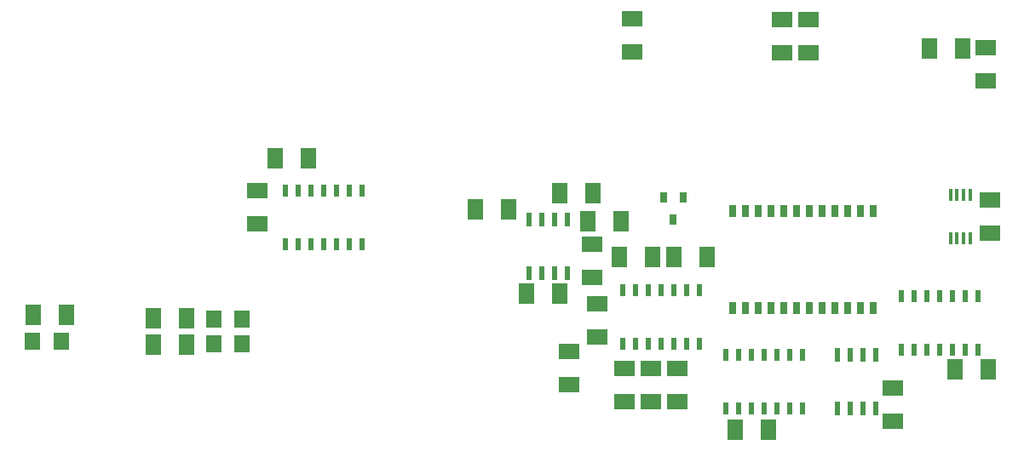
<source format=gtp>
G04 (created by PCBNEW (2013-07-07 BZR 4022)-stable) date 08/05/2014 11:07:20 AM*
%MOIN*%
G04 Gerber Fmt 3.4, Leading zero omitted, Abs format*
%FSLAX34Y34*%
G01*
G70*
G90*
G04 APERTURE LIST*
%ADD10C,0.00590551*%
%ADD11R,0.0236X0.0551*%
%ADD12R,0.02X0.045*%
%ADD13R,0.08X0.06*%
%ADD14R,0.06X0.08*%
%ADD15R,0.015X0.05*%
%ADD16R,0.0629X0.0709*%
%ADD17R,0.03X0.05*%
%ADD18R,0.0315X0.0394*%
G04 APERTURE END LIST*
G54D10*
G54D11*
X31950Y-21050D03*
X31950Y-18950D03*
X31450Y-21050D03*
X30950Y-21050D03*
X30450Y-21050D03*
X31450Y-18950D03*
X30950Y-18950D03*
X30450Y-18950D03*
G54D12*
X38150Y-26350D03*
X38650Y-26350D03*
X39150Y-26350D03*
X39650Y-26350D03*
X40150Y-26350D03*
X40650Y-26350D03*
X41150Y-26350D03*
X41150Y-24250D03*
X40650Y-24250D03*
X40150Y-24250D03*
X39650Y-24250D03*
X39150Y-24250D03*
X38650Y-24250D03*
X38150Y-24250D03*
G54D13*
X34510Y-12370D03*
X34510Y-11070D03*
G54D14*
X31650Y-17900D03*
X32950Y-17900D03*
X34050Y-19000D03*
X32750Y-19000D03*
G54D13*
X32915Y-21225D03*
X32915Y-19925D03*
G54D15*
X47714Y-17980D03*
X47458Y-17980D03*
X47202Y-17980D03*
X46946Y-17980D03*
X46946Y-19680D03*
X47202Y-19680D03*
X47458Y-19680D03*
X47714Y-19680D03*
G54D13*
X41390Y-11120D03*
X41390Y-12420D03*
G54D14*
X11050Y-22680D03*
X12350Y-22680D03*
G54D16*
X11031Y-23700D03*
X12149Y-23700D03*
G54D12*
X48040Y-21950D03*
X47540Y-21950D03*
X47040Y-21950D03*
X46540Y-21950D03*
X46040Y-21950D03*
X45540Y-21950D03*
X45040Y-21950D03*
X45040Y-24050D03*
X45540Y-24050D03*
X46040Y-24050D03*
X46540Y-24050D03*
X47040Y-24050D03*
X47540Y-24050D03*
X48040Y-24050D03*
X34140Y-23800D03*
X34640Y-23800D03*
X35140Y-23800D03*
X35640Y-23800D03*
X36140Y-23800D03*
X36640Y-23800D03*
X37140Y-23800D03*
X37140Y-21700D03*
X36640Y-21700D03*
X36140Y-21700D03*
X35640Y-21700D03*
X35140Y-21700D03*
X34640Y-21700D03*
X34140Y-21700D03*
G54D17*
X43930Y-18600D03*
X43430Y-18600D03*
X42930Y-18600D03*
X42430Y-18600D03*
X41930Y-18600D03*
X41430Y-18600D03*
X40930Y-18600D03*
X40430Y-18600D03*
X39930Y-18600D03*
X39430Y-18600D03*
X38930Y-18600D03*
X38430Y-18600D03*
X43930Y-22400D03*
X43430Y-22400D03*
X42930Y-22400D03*
X42430Y-22400D03*
X41930Y-22400D03*
X41430Y-22400D03*
X40930Y-22400D03*
X40430Y-22400D03*
X39930Y-22400D03*
X39430Y-22400D03*
X38930Y-22400D03*
X38430Y-22400D03*
G54D11*
X42520Y-24250D03*
X42520Y-26350D03*
X43020Y-24250D03*
X43520Y-24250D03*
X44020Y-24250D03*
X43020Y-26350D03*
X43520Y-26350D03*
X44020Y-26350D03*
G54D14*
X47420Y-12250D03*
X46120Y-12250D03*
G54D13*
X40360Y-12420D03*
X40360Y-11120D03*
X36260Y-26090D03*
X36260Y-24790D03*
X32020Y-25420D03*
X32020Y-24120D03*
X35220Y-26090D03*
X35220Y-24790D03*
X34180Y-26090D03*
X34180Y-24790D03*
G54D14*
X36120Y-20430D03*
X37420Y-20430D03*
X35300Y-20430D03*
X34000Y-20430D03*
G54D18*
X36110Y-18953D03*
X35735Y-18087D03*
X36485Y-18087D03*
G54D12*
X20940Y-19900D03*
X21440Y-19900D03*
X21940Y-19900D03*
X22440Y-19900D03*
X22940Y-19900D03*
X23440Y-19900D03*
X23940Y-19900D03*
X23940Y-17800D03*
X23440Y-17800D03*
X22940Y-17800D03*
X22440Y-17800D03*
X21940Y-17800D03*
X21440Y-17800D03*
X20940Y-17800D03*
G54D14*
X20515Y-16545D03*
X21815Y-16545D03*
X15770Y-22800D03*
X17070Y-22800D03*
X15760Y-23860D03*
X17060Y-23860D03*
G54D16*
X18121Y-22860D03*
X19239Y-22860D03*
X18116Y-23805D03*
X19234Y-23805D03*
G54D13*
X19830Y-19110D03*
X19830Y-17810D03*
X48328Y-12216D03*
X48328Y-13516D03*
X48488Y-19496D03*
X48488Y-18196D03*
G54D14*
X47115Y-24830D03*
X48415Y-24830D03*
X29675Y-18555D03*
X28375Y-18555D03*
X30360Y-21865D03*
X31660Y-21865D03*
X39835Y-27195D03*
X38535Y-27195D03*
G54D13*
X33145Y-23555D03*
X33145Y-22255D03*
X44710Y-26860D03*
X44710Y-25560D03*
M02*

</source>
